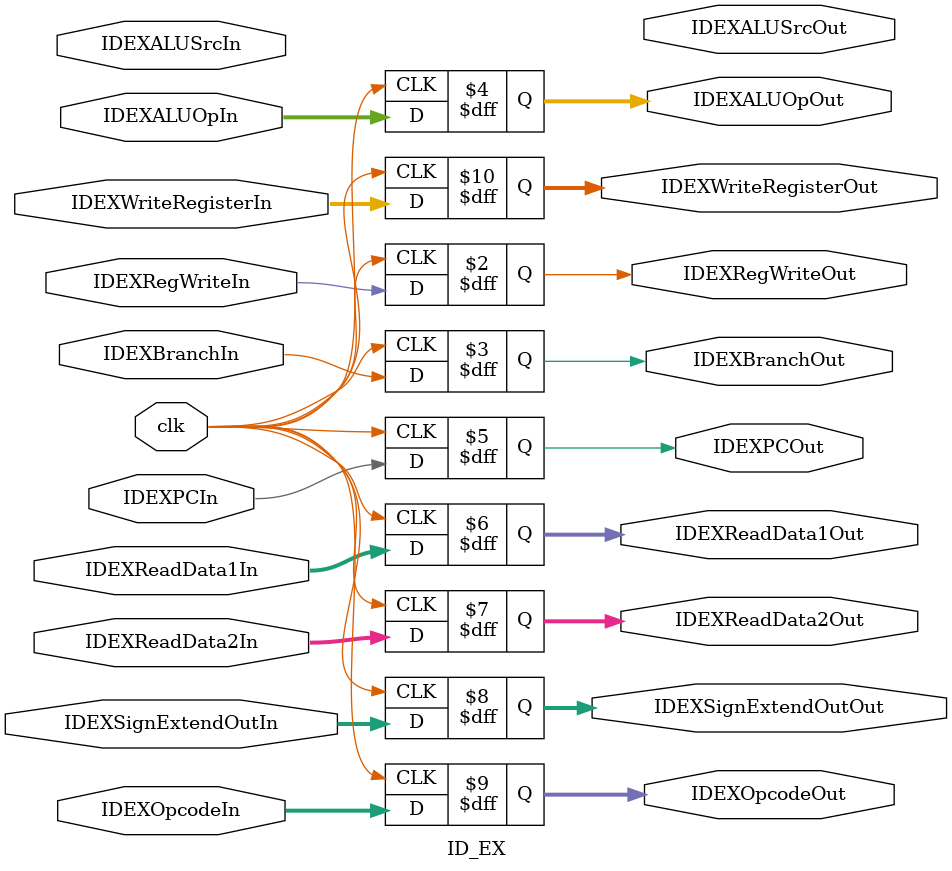
<source format=v>
`timescale 1ns / 1ps

module ID_EX(
    input clk,

    input IDEXRegWriteIn,
    output reg IDEXRegWriteOut,
    
    input IDEXBranchIn,
    output reg IDEXBranchOut,
    
    input [1:0] IDEXALUOpIn,
    output reg [1:0] IDEXALUOpOut,
    
    input IDEXALUSrcIn,
    output reg IDEXALUSrcOut,
    
    input IDEXPCIn,
    output reg IDEXPCOut,
    
    input [63:0] IDEXReadData1In,
    output reg [63:0] IDEXReadData1Out,
    
    input [63:0] IDEXReadData2In,
    output reg [63:0] IDEXReadData2Out,
    
    input [63:0] IDEXSignExtendOutIn,
    output reg [63:0] IDEXSignExtendOutOut,
    
    input [10:0] IDEXOpcodeIn,
    output reg [10:0] IDEXOpcodeOut,
    
    input [4:0]IDEXWriteRegisterIn,
    output reg [4:0] IDEXWriteRegisterOut
    );
    
    always @(posedge clk)
    begin
        IDEXRegWriteOut <= IDEXRegWriteIn;
        IDEXBranchOut <= IDEXBranchIn;
        IDEXALUOpOut <= IDEXALUOpIn;
        IDEXPCOut <= IDEXPCIn;
        IDEXReadData1Out <= IDEXReadData1In;
        IDEXReadData2Out <= IDEXReadData2In;
        IDEXSignExtendOutOut <= IDEXSignExtendOutIn;
        IDEXOpcodeOut <= IDEXOpcodeIn;
        IDEXWriteRegisterOut <= IDEXWriteRegisterIn;
    end
endmodule

</source>
